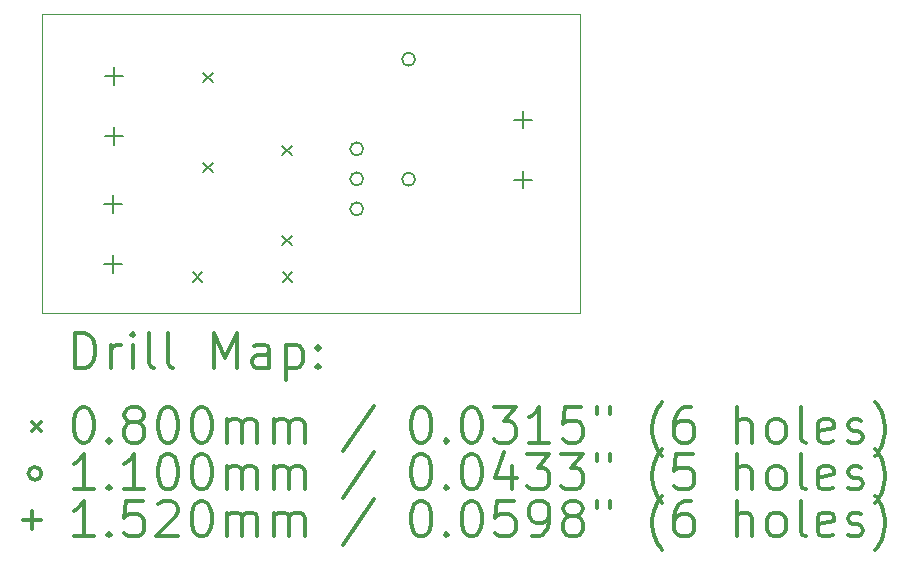
<source format=gbr>
%FSLAX45Y45*%
G04 Gerber Fmt 4.5, Leading zero omitted, Abs format (unit mm)*
G04 Created by KiCad (PCBNEW 5.1.12-84ad8e8a86~92~ubuntu20.04.1) date 2022-05-26 23:51:49*
%MOMM*%
%LPD*%
G01*
G04 APERTURE LIST*
%TA.AperFunction,Profile*%
%ADD10C,0.050000*%
%TD*%
%ADD11C,0.200000*%
%ADD12C,0.300000*%
G04 APERTURE END LIST*
D10*
X10279380Y-10027920D02*
X10279380Y-7493000D01*
X14836140Y-10027920D02*
X10279380Y-10027920D01*
X14836140Y-7493000D02*
X14836140Y-10027920D01*
X10279380Y-7493000D02*
X14836140Y-7493000D01*
D11*
X11557640Y-9683120D02*
X11637640Y-9763120D01*
X11637640Y-9683120D02*
X11557640Y-9763120D01*
X11649080Y-7994020D02*
X11729080Y-8074020D01*
X11729080Y-7994020D02*
X11649080Y-8074020D01*
X11649080Y-8756020D02*
X11729080Y-8836020D01*
X11729080Y-8756020D02*
X11649080Y-8836020D01*
X12317100Y-8611240D02*
X12397100Y-8691240D01*
X12397100Y-8611240D02*
X12317100Y-8691240D01*
X12317100Y-9373240D02*
X12397100Y-9453240D01*
X12397100Y-9373240D02*
X12317100Y-9453240D01*
X12319640Y-9683120D02*
X12399640Y-9763120D01*
X12399640Y-9683120D02*
X12319640Y-9763120D01*
X13001380Y-8638540D02*
G75*
G03*
X13001380Y-8638540I-55000J0D01*
G01*
X13001380Y-8892540D02*
G75*
G03*
X13001380Y-8892540I-55000J0D01*
G01*
X13001380Y-9146540D02*
G75*
G03*
X13001380Y-9146540I-55000J0D01*
G01*
X13440800Y-7879080D02*
G75*
G03*
X13440800Y-7879080I-55000J0D01*
G01*
X13440800Y-8895080D02*
G75*
G03*
X13440800Y-8895080I-55000J0D01*
G01*
X10881360Y-9029900D02*
X10881360Y-9181900D01*
X10805360Y-9105900D02*
X10957360Y-9105900D01*
X10881360Y-9537900D02*
X10881360Y-9689900D01*
X10805360Y-9613900D02*
X10957360Y-9613900D01*
X10888980Y-7945320D02*
X10888980Y-8097320D01*
X10812980Y-8021320D02*
X10964980Y-8021320D01*
X10888980Y-8453320D02*
X10888980Y-8605320D01*
X10812980Y-8529320D02*
X10964980Y-8529320D01*
X14353540Y-8313620D02*
X14353540Y-8465620D01*
X14277540Y-8389620D02*
X14429540Y-8389620D01*
X14353540Y-8821620D02*
X14353540Y-8973620D01*
X14277540Y-8897620D02*
X14429540Y-8897620D01*
D12*
X10563308Y-10496134D02*
X10563308Y-10196134D01*
X10634737Y-10196134D01*
X10677594Y-10210420D01*
X10706166Y-10238992D01*
X10720451Y-10267563D01*
X10734737Y-10324706D01*
X10734737Y-10367563D01*
X10720451Y-10424706D01*
X10706166Y-10453277D01*
X10677594Y-10481849D01*
X10634737Y-10496134D01*
X10563308Y-10496134D01*
X10863308Y-10496134D02*
X10863308Y-10296134D01*
X10863308Y-10353277D02*
X10877594Y-10324706D01*
X10891880Y-10310420D01*
X10920451Y-10296134D01*
X10949023Y-10296134D01*
X11049023Y-10496134D02*
X11049023Y-10296134D01*
X11049023Y-10196134D02*
X11034737Y-10210420D01*
X11049023Y-10224706D01*
X11063308Y-10210420D01*
X11049023Y-10196134D01*
X11049023Y-10224706D01*
X11234737Y-10496134D02*
X11206166Y-10481849D01*
X11191880Y-10453277D01*
X11191880Y-10196134D01*
X11391880Y-10496134D02*
X11363308Y-10481849D01*
X11349023Y-10453277D01*
X11349023Y-10196134D01*
X11734737Y-10496134D02*
X11734737Y-10196134D01*
X11834737Y-10410420D01*
X11934737Y-10196134D01*
X11934737Y-10496134D01*
X12206166Y-10496134D02*
X12206166Y-10338992D01*
X12191880Y-10310420D01*
X12163308Y-10296134D01*
X12106166Y-10296134D01*
X12077594Y-10310420D01*
X12206166Y-10481849D02*
X12177594Y-10496134D01*
X12106166Y-10496134D01*
X12077594Y-10481849D01*
X12063308Y-10453277D01*
X12063308Y-10424706D01*
X12077594Y-10396134D01*
X12106166Y-10381849D01*
X12177594Y-10381849D01*
X12206166Y-10367563D01*
X12349023Y-10296134D02*
X12349023Y-10596134D01*
X12349023Y-10310420D02*
X12377594Y-10296134D01*
X12434737Y-10296134D01*
X12463308Y-10310420D01*
X12477594Y-10324706D01*
X12491880Y-10353277D01*
X12491880Y-10438992D01*
X12477594Y-10467563D01*
X12463308Y-10481849D01*
X12434737Y-10496134D01*
X12377594Y-10496134D01*
X12349023Y-10481849D01*
X12620451Y-10467563D02*
X12634737Y-10481849D01*
X12620451Y-10496134D01*
X12606166Y-10481849D01*
X12620451Y-10467563D01*
X12620451Y-10496134D01*
X12620451Y-10310420D02*
X12634737Y-10324706D01*
X12620451Y-10338992D01*
X12606166Y-10324706D01*
X12620451Y-10310420D01*
X12620451Y-10338992D01*
X10196880Y-10950420D02*
X10276880Y-11030420D01*
X10276880Y-10950420D02*
X10196880Y-11030420D01*
X10620451Y-10826134D02*
X10649023Y-10826134D01*
X10677594Y-10840420D01*
X10691880Y-10854706D01*
X10706166Y-10883277D01*
X10720451Y-10940420D01*
X10720451Y-11011849D01*
X10706166Y-11068992D01*
X10691880Y-11097563D01*
X10677594Y-11111849D01*
X10649023Y-11126134D01*
X10620451Y-11126134D01*
X10591880Y-11111849D01*
X10577594Y-11097563D01*
X10563308Y-11068992D01*
X10549023Y-11011849D01*
X10549023Y-10940420D01*
X10563308Y-10883277D01*
X10577594Y-10854706D01*
X10591880Y-10840420D01*
X10620451Y-10826134D01*
X10849023Y-11097563D02*
X10863308Y-11111849D01*
X10849023Y-11126134D01*
X10834737Y-11111849D01*
X10849023Y-11097563D01*
X10849023Y-11126134D01*
X11034737Y-10954706D02*
X11006166Y-10940420D01*
X10991880Y-10926134D01*
X10977594Y-10897563D01*
X10977594Y-10883277D01*
X10991880Y-10854706D01*
X11006166Y-10840420D01*
X11034737Y-10826134D01*
X11091880Y-10826134D01*
X11120451Y-10840420D01*
X11134737Y-10854706D01*
X11149023Y-10883277D01*
X11149023Y-10897563D01*
X11134737Y-10926134D01*
X11120451Y-10940420D01*
X11091880Y-10954706D01*
X11034737Y-10954706D01*
X11006166Y-10968992D01*
X10991880Y-10983277D01*
X10977594Y-11011849D01*
X10977594Y-11068992D01*
X10991880Y-11097563D01*
X11006166Y-11111849D01*
X11034737Y-11126134D01*
X11091880Y-11126134D01*
X11120451Y-11111849D01*
X11134737Y-11097563D01*
X11149023Y-11068992D01*
X11149023Y-11011849D01*
X11134737Y-10983277D01*
X11120451Y-10968992D01*
X11091880Y-10954706D01*
X11334737Y-10826134D02*
X11363308Y-10826134D01*
X11391880Y-10840420D01*
X11406166Y-10854706D01*
X11420451Y-10883277D01*
X11434737Y-10940420D01*
X11434737Y-11011849D01*
X11420451Y-11068992D01*
X11406166Y-11097563D01*
X11391880Y-11111849D01*
X11363308Y-11126134D01*
X11334737Y-11126134D01*
X11306166Y-11111849D01*
X11291880Y-11097563D01*
X11277594Y-11068992D01*
X11263308Y-11011849D01*
X11263308Y-10940420D01*
X11277594Y-10883277D01*
X11291880Y-10854706D01*
X11306166Y-10840420D01*
X11334737Y-10826134D01*
X11620451Y-10826134D02*
X11649023Y-10826134D01*
X11677594Y-10840420D01*
X11691880Y-10854706D01*
X11706166Y-10883277D01*
X11720451Y-10940420D01*
X11720451Y-11011849D01*
X11706166Y-11068992D01*
X11691880Y-11097563D01*
X11677594Y-11111849D01*
X11649023Y-11126134D01*
X11620451Y-11126134D01*
X11591880Y-11111849D01*
X11577594Y-11097563D01*
X11563308Y-11068992D01*
X11549023Y-11011849D01*
X11549023Y-10940420D01*
X11563308Y-10883277D01*
X11577594Y-10854706D01*
X11591880Y-10840420D01*
X11620451Y-10826134D01*
X11849023Y-11126134D02*
X11849023Y-10926134D01*
X11849023Y-10954706D02*
X11863308Y-10940420D01*
X11891880Y-10926134D01*
X11934737Y-10926134D01*
X11963308Y-10940420D01*
X11977594Y-10968992D01*
X11977594Y-11126134D01*
X11977594Y-10968992D02*
X11991880Y-10940420D01*
X12020451Y-10926134D01*
X12063308Y-10926134D01*
X12091880Y-10940420D01*
X12106166Y-10968992D01*
X12106166Y-11126134D01*
X12249023Y-11126134D02*
X12249023Y-10926134D01*
X12249023Y-10954706D02*
X12263308Y-10940420D01*
X12291880Y-10926134D01*
X12334737Y-10926134D01*
X12363308Y-10940420D01*
X12377594Y-10968992D01*
X12377594Y-11126134D01*
X12377594Y-10968992D02*
X12391880Y-10940420D01*
X12420451Y-10926134D01*
X12463308Y-10926134D01*
X12491880Y-10940420D01*
X12506166Y-10968992D01*
X12506166Y-11126134D01*
X13091880Y-10811849D02*
X12834737Y-11197563D01*
X13477594Y-10826134D02*
X13506166Y-10826134D01*
X13534737Y-10840420D01*
X13549023Y-10854706D01*
X13563308Y-10883277D01*
X13577594Y-10940420D01*
X13577594Y-11011849D01*
X13563308Y-11068992D01*
X13549023Y-11097563D01*
X13534737Y-11111849D01*
X13506166Y-11126134D01*
X13477594Y-11126134D01*
X13449023Y-11111849D01*
X13434737Y-11097563D01*
X13420451Y-11068992D01*
X13406166Y-11011849D01*
X13406166Y-10940420D01*
X13420451Y-10883277D01*
X13434737Y-10854706D01*
X13449023Y-10840420D01*
X13477594Y-10826134D01*
X13706166Y-11097563D02*
X13720451Y-11111849D01*
X13706166Y-11126134D01*
X13691880Y-11111849D01*
X13706166Y-11097563D01*
X13706166Y-11126134D01*
X13906166Y-10826134D02*
X13934737Y-10826134D01*
X13963308Y-10840420D01*
X13977594Y-10854706D01*
X13991880Y-10883277D01*
X14006166Y-10940420D01*
X14006166Y-11011849D01*
X13991880Y-11068992D01*
X13977594Y-11097563D01*
X13963308Y-11111849D01*
X13934737Y-11126134D01*
X13906166Y-11126134D01*
X13877594Y-11111849D01*
X13863308Y-11097563D01*
X13849023Y-11068992D01*
X13834737Y-11011849D01*
X13834737Y-10940420D01*
X13849023Y-10883277D01*
X13863308Y-10854706D01*
X13877594Y-10840420D01*
X13906166Y-10826134D01*
X14106166Y-10826134D02*
X14291880Y-10826134D01*
X14191880Y-10940420D01*
X14234737Y-10940420D01*
X14263308Y-10954706D01*
X14277594Y-10968992D01*
X14291880Y-10997563D01*
X14291880Y-11068992D01*
X14277594Y-11097563D01*
X14263308Y-11111849D01*
X14234737Y-11126134D01*
X14149023Y-11126134D01*
X14120451Y-11111849D01*
X14106166Y-11097563D01*
X14577594Y-11126134D02*
X14406166Y-11126134D01*
X14491880Y-11126134D02*
X14491880Y-10826134D01*
X14463308Y-10868992D01*
X14434737Y-10897563D01*
X14406166Y-10911849D01*
X14849023Y-10826134D02*
X14706166Y-10826134D01*
X14691880Y-10968992D01*
X14706166Y-10954706D01*
X14734737Y-10940420D01*
X14806166Y-10940420D01*
X14834737Y-10954706D01*
X14849023Y-10968992D01*
X14863308Y-10997563D01*
X14863308Y-11068992D01*
X14849023Y-11097563D01*
X14834737Y-11111849D01*
X14806166Y-11126134D01*
X14734737Y-11126134D01*
X14706166Y-11111849D01*
X14691880Y-11097563D01*
X14977594Y-10826134D02*
X14977594Y-10883277D01*
X15091880Y-10826134D02*
X15091880Y-10883277D01*
X15534737Y-11240420D02*
X15520451Y-11226134D01*
X15491880Y-11183277D01*
X15477594Y-11154706D01*
X15463308Y-11111849D01*
X15449023Y-11040420D01*
X15449023Y-10983277D01*
X15463308Y-10911849D01*
X15477594Y-10868992D01*
X15491880Y-10840420D01*
X15520451Y-10797563D01*
X15534737Y-10783277D01*
X15777594Y-10826134D02*
X15720451Y-10826134D01*
X15691880Y-10840420D01*
X15677594Y-10854706D01*
X15649023Y-10897563D01*
X15634737Y-10954706D01*
X15634737Y-11068992D01*
X15649023Y-11097563D01*
X15663308Y-11111849D01*
X15691880Y-11126134D01*
X15749023Y-11126134D01*
X15777594Y-11111849D01*
X15791880Y-11097563D01*
X15806166Y-11068992D01*
X15806166Y-10997563D01*
X15791880Y-10968992D01*
X15777594Y-10954706D01*
X15749023Y-10940420D01*
X15691880Y-10940420D01*
X15663308Y-10954706D01*
X15649023Y-10968992D01*
X15634737Y-10997563D01*
X16163308Y-11126134D02*
X16163308Y-10826134D01*
X16291880Y-11126134D02*
X16291880Y-10968992D01*
X16277594Y-10940420D01*
X16249023Y-10926134D01*
X16206166Y-10926134D01*
X16177594Y-10940420D01*
X16163308Y-10954706D01*
X16477594Y-11126134D02*
X16449023Y-11111849D01*
X16434737Y-11097563D01*
X16420451Y-11068992D01*
X16420451Y-10983277D01*
X16434737Y-10954706D01*
X16449023Y-10940420D01*
X16477594Y-10926134D01*
X16520451Y-10926134D01*
X16549023Y-10940420D01*
X16563308Y-10954706D01*
X16577594Y-10983277D01*
X16577594Y-11068992D01*
X16563308Y-11097563D01*
X16549023Y-11111849D01*
X16520451Y-11126134D01*
X16477594Y-11126134D01*
X16749023Y-11126134D02*
X16720451Y-11111849D01*
X16706166Y-11083277D01*
X16706166Y-10826134D01*
X16977594Y-11111849D02*
X16949023Y-11126134D01*
X16891880Y-11126134D01*
X16863308Y-11111849D01*
X16849023Y-11083277D01*
X16849023Y-10968992D01*
X16863308Y-10940420D01*
X16891880Y-10926134D01*
X16949023Y-10926134D01*
X16977594Y-10940420D01*
X16991880Y-10968992D01*
X16991880Y-10997563D01*
X16849023Y-11026134D01*
X17106166Y-11111849D02*
X17134737Y-11126134D01*
X17191880Y-11126134D01*
X17220451Y-11111849D01*
X17234737Y-11083277D01*
X17234737Y-11068992D01*
X17220451Y-11040420D01*
X17191880Y-11026134D01*
X17149023Y-11026134D01*
X17120451Y-11011849D01*
X17106166Y-10983277D01*
X17106166Y-10968992D01*
X17120451Y-10940420D01*
X17149023Y-10926134D01*
X17191880Y-10926134D01*
X17220451Y-10940420D01*
X17334737Y-11240420D02*
X17349023Y-11226134D01*
X17377594Y-11183277D01*
X17391880Y-11154706D01*
X17406166Y-11111849D01*
X17420451Y-11040420D01*
X17420451Y-10983277D01*
X17406166Y-10911849D01*
X17391880Y-10868992D01*
X17377594Y-10840420D01*
X17349023Y-10797563D01*
X17334737Y-10783277D01*
X10276880Y-11386420D02*
G75*
G03*
X10276880Y-11386420I-55000J0D01*
G01*
X10720451Y-11522134D02*
X10549023Y-11522134D01*
X10634737Y-11522134D02*
X10634737Y-11222134D01*
X10606166Y-11264991D01*
X10577594Y-11293563D01*
X10549023Y-11307849D01*
X10849023Y-11493563D02*
X10863308Y-11507849D01*
X10849023Y-11522134D01*
X10834737Y-11507849D01*
X10849023Y-11493563D01*
X10849023Y-11522134D01*
X11149023Y-11522134D02*
X10977594Y-11522134D01*
X11063308Y-11522134D02*
X11063308Y-11222134D01*
X11034737Y-11264991D01*
X11006166Y-11293563D01*
X10977594Y-11307849D01*
X11334737Y-11222134D02*
X11363308Y-11222134D01*
X11391880Y-11236420D01*
X11406166Y-11250706D01*
X11420451Y-11279277D01*
X11434737Y-11336420D01*
X11434737Y-11407849D01*
X11420451Y-11464991D01*
X11406166Y-11493563D01*
X11391880Y-11507849D01*
X11363308Y-11522134D01*
X11334737Y-11522134D01*
X11306166Y-11507849D01*
X11291880Y-11493563D01*
X11277594Y-11464991D01*
X11263308Y-11407849D01*
X11263308Y-11336420D01*
X11277594Y-11279277D01*
X11291880Y-11250706D01*
X11306166Y-11236420D01*
X11334737Y-11222134D01*
X11620451Y-11222134D02*
X11649023Y-11222134D01*
X11677594Y-11236420D01*
X11691880Y-11250706D01*
X11706166Y-11279277D01*
X11720451Y-11336420D01*
X11720451Y-11407849D01*
X11706166Y-11464991D01*
X11691880Y-11493563D01*
X11677594Y-11507849D01*
X11649023Y-11522134D01*
X11620451Y-11522134D01*
X11591880Y-11507849D01*
X11577594Y-11493563D01*
X11563308Y-11464991D01*
X11549023Y-11407849D01*
X11549023Y-11336420D01*
X11563308Y-11279277D01*
X11577594Y-11250706D01*
X11591880Y-11236420D01*
X11620451Y-11222134D01*
X11849023Y-11522134D02*
X11849023Y-11322134D01*
X11849023Y-11350706D02*
X11863308Y-11336420D01*
X11891880Y-11322134D01*
X11934737Y-11322134D01*
X11963308Y-11336420D01*
X11977594Y-11364991D01*
X11977594Y-11522134D01*
X11977594Y-11364991D02*
X11991880Y-11336420D01*
X12020451Y-11322134D01*
X12063308Y-11322134D01*
X12091880Y-11336420D01*
X12106166Y-11364991D01*
X12106166Y-11522134D01*
X12249023Y-11522134D02*
X12249023Y-11322134D01*
X12249023Y-11350706D02*
X12263308Y-11336420D01*
X12291880Y-11322134D01*
X12334737Y-11322134D01*
X12363308Y-11336420D01*
X12377594Y-11364991D01*
X12377594Y-11522134D01*
X12377594Y-11364991D02*
X12391880Y-11336420D01*
X12420451Y-11322134D01*
X12463308Y-11322134D01*
X12491880Y-11336420D01*
X12506166Y-11364991D01*
X12506166Y-11522134D01*
X13091880Y-11207849D02*
X12834737Y-11593563D01*
X13477594Y-11222134D02*
X13506166Y-11222134D01*
X13534737Y-11236420D01*
X13549023Y-11250706D01*
X13563308Y-11279277D01*
X13577594Y-11336420D01*
X13577594Y-11407849D01*
X13563308Y-11464991D01*
X13549023Y-11493563D01*
X13534737Y-11507849D01*
X13506166Y-11522134D01*
X13477594Y-11522134D01*
X13449023Y-11507849D01*
X13434737Y-11493563D01*
X13420451Y-11464991D01*
X13406166Y-11407849D01*
X13406166Y-11336420D01*
X13420451Y-11279277D01*
X13434737Y-11250706D01*
X13449023Y-11236420D01*
X13477594Y-11222134D01*
X13706166Y-11493563D02*
X13720451Y-11507849D01*
X13706166Y-11522134D01*
X13691880Y-11507849D01*
X13706166Y-11493563D01*
X13706166Y-11522134D01*
X13906166Y-11222134D02*
X13934737Y-11222134D01*
X13963308Y-11236420D01*
X13977594Y-11250706D01*
X13991880Y-11279277D01*
X14006166Y-11336420D01*
X14006166Y-11407849D01*
X13991880Y-11464991D01*
X13977594Y-11493563D01*
X13963308Y-11507849D01*
X13934737Y-11522134D01*
X13906166Y-11522134D01*
X13877594Y-11507849D01*
X13863308Y-11493563D01*
X13849023Y-11464991D01*
X13834737Y-11407849D01*
X13834737Y-11336420D01*
X13849023Y-11279277D01*
X13863308Y-11250706D01*
X13877594Y-11236420D01*
X13906166Y-11222134D01*
X14263308Y-11322134D02*
X14263308Y-11522134D01*
X14191880Y-11207849D02*
X14120451Y-11422134D01*
X14306166Y-11422134D01*
X14391880Y-11222134D02*
X14577594Y-11222134D01*
X14477594Y-11336420D01*
X14520451Y-11336420D01*
X14549023Y-11350706D01*
X14563308Y-11364991D01*
X14577594Y-11393563D01*
X14577594Y-11464991D01*
X14563308Y-11493563D01*
X14549023Y-11507849D01*
X14520451Y-11522134D01*
X14434737Y-11522134D01*
X14406166Y-11507849D01*
X14391880Y-11493563D01*
X14677594Y-11222134D02*
X14863308Y-11222134D01*
X14763308Y-11336420D01*
X14806166Y-11336420D01*
X14834737Y-11350706D01*
X14849023Y-11364991D01*
X14863308Y-11393563D01*
X14863308Y-11464991D01*
X14849023Y-11493563D01*
X14834737Y-11507849D01*
X14806166Y-11522134D01*
X14720451Y-11522134D01*
X14691880Y-11507849D01*
X14677594Y-11493563D01*
X14977594Y-11222134D02*
X14977594Y-11279277D01*
X15091880Y-11222134D02*
X15091880Y-11279277D01*
X15534737Y-11636420D02*
X15520451Y-11622134D01*
X15491880Y-11579277D01*
X15477594Y-11550706D01*
X15463308Y-11507849D01*
X15449023Y-11436420D01*
X15449023Y-11379277D01*
X15463308Y-11307849D01*
X15477594Y-11264991D01*
X15491880Y-11236420D01*
X15520451Y-11193563D01*
X15534737Y-11179277D01*
X15791880Y-11222134D02*
X15649023Y-11222134D01*
X15634737Y-11364991D01*
X15649023Y-11350706D01*
X15677594Y-11336420D01*
X15749023Y-11336420D01*
X15777594Y-11350706D01*
X15791880Y-11364991D01*
X15806166Y-11393563D01*
X15806166Y-11464991D01*
X15791880Y-11493563D01*
X15777594Y-11507849D01*
X15749023Y-11522134D01*
X15677594Y-11522134D01*
X15649023Y-11507849D01*
X15634737Y-11493563D01*
X16163308Y-11522134D02*
X16163308Y-11222134D01*
X16291880Y-11522134D02*
X16291880Y-11364991D01*
X16277594Y-11336420D01*
X16249023Y-11322134D01*
X16206166Y-11322134D01*
X16177594Y-11336420D01*
X16163308Y-11350706D01*
X16477594Y-11522134D02*
X16449023Y-11507849D01*
X16434737Y-11493563D01*
X16420451Y-11464991D01*
X16420451Y-11379277D01*
X16434737Y-11350706D01*
X16449023Y-11336420D01*
X16477594Y-11322134D01*
X16520451Y-11322134D01*
X16549023Y-11336420D01*
X16563308Y-11350706D01*
X16577594Y-11379277D01*
X16577594Y-11464991D01*
X16563308Y-11493563D01*
X16549023Y-11507849D01*
X16520451Y-11522134D01*
X16477594Y-11522134D01*
X16749023Y-11522134D02*
X16720451Y-11507849D01*
X16706166Y-11479277D01*
X16706166Y-11222134D01*
X16977594Y-11507849D02*
X16949023Y-11522134D01*
X16891880Y-11522134D01*
X16863308Y-11507849D01*
X16849023Y-11479277D01*
X16849023Y-11364991D01*
X16863308Y-11336420D01*
X16891880Y-11322134D01*
X16949023Y-11322134D01*
X16977594Y-11336420D01*
X16991880Y-11364991D01*
X16991880Y-11393563D01*
X16849023Y-11422134D01*
X17106166Y-11507849D02*
X17134737Y-11522134D01*
X17191880Y-11522134D01*
X17220451Y-11507849D01*
X17234737Y-11479277D01*
X17234737Y-11464991D01*
X17220451Y-11436420D01*
X17191880Y-11422134D01*
X17149023Y-11422134D01*
X17120451Y-11407849D01*
X17106166Y-11379277D01*
X17106166Y-11364991D01*
X17120451Y-11336420D01*
X17149023Y-11322134D01*
X17191880Y-11322134D01*
X17220451Y-11336420D01*
X17334737Y-11636420D02*
X17349023Y-11622134D01*
X17377594Y-11579277D01*
X17391880Y-11550706D01*
X17406166Y-11507849D01*
X17420451Y-11436420D01*
X17420451Y-11379277D01*
X17406166Y-11307849D01*
X17391880Y-11264991D01*
X17377594Y-11236420D01*
X17349023Y-11193563D01*
X17334737Y-11179277D01*
X10200880Y-11706420D02*
X10200880Y-11858420D01*
X10124880Y-11782420D02*
X10276880Y-11782420D01*
X10720451Y-11918134D02*
X10549023Y-11918134D01*
X10634737Y-11918134D02*
X10634737Y-11618134D01*
X10606166Y-11660991D01*
X10577594Y-11689563D01*
X10549023Y-11703849D01*
X10849023Y-11889563D02*
X10863308Y-11903849D01*
X10849023Y-11918134D01*
X10834737Y-11903849D01*
X10849023Y-11889563D01*
X10849023Y-11918134D01*
X11134737Y-11618134D02*
X10991880Y-11618134D01*
X10977594Y-11760991D01*
X10991880Y-11746706D01*
X11020451Y-11732420D01*
X11091880Y-11732420D01*
X11120451Y-11746706D01*
X11134737Y-11760991D01*
X11149023Y-11789563D01*
X11149023Y-11860991D01*
X11134737Y-11889563D01*
X11120451Y-11903849D01*
X11091880Y-11918134D01*
X11020451Y-11918134D01*
X10991880Y-11903849D01*
X10977594Y-11889563D01*
X11263308Y-11646706D02*
X11277594Y-11632420D01*
X11306166Y-11618134D01*
X11377594Y-11618134D01*
X11406166Y-11632420D01*
X11420451Y-11646706D01*
X11434737Y-11675277D01*
X11434737Y-11703849D01*
X11420451Y-11746706D01*
X11249023Y-11918134D01*
X11434737Y-11918134D01*
X11620451Y-11618134D02*
X11649023Y-11618134D01*
X11677594Y-11632420D01*
X11691880Y-11646706D01*
X11706166Y-11675277D01*
X11720451Y-11732420D01*
X11720451Y-11803849D01*
X11706166Y-11860991D01*
X11691880Y-11889563D01*
X11677594Y-11903849D01*
X11649023Y-11918134D01*
X11620451Y-11918134D01*
X11591880Y-11903849D01*
X11577594Y-11889563D01*
X11563308Y-11860991D01*
X11549023Y-11803849D01*
X11549023Y-11732420D01*
X11563308Y-11675277D01*
X11577594Y-11646706D01*
X11591880Y-11632420D01*
X11620451Y-11618134D01*
X11849023Y-11918134D02*
X11849023Y-11718134D01*
X11849023Y-11746706D02*
X11863308Y-11732420D01*
X11891880Y-11718134D01*
X11934737Y-11718134D01*
X11963308Y-11732420D01*
X11977594Y-11760991D01*
X11977594Y-11918134D01*
X11977594Y-11760991D02*
X11991880Y-11732420D01*
X12020451Y-11718134D01*
X12063308Y-11718134D01*
X12091880Y-11732420D01*
X12106166Y-11760991D01*
X12106166Y-11918134D01*
X12249023Y-11918134D02*
X12249023Y-11718134D01*
X12249023Y-11746706D02*
X12263308Y-11732420D01*
X12291880Y-11718134D01*
X12334737Y-11718134D01*
X12363308Y-11732420D01*
X12377594Y-11760991D01*
X12377594Y-11918134D01*
X12377594Y-11760991D02*
X12391880Y-11732420D01*
X12420451Y-11718134D01*
X12463308Y-11718134D01*
X12491880Y-11732420D01*
X12506166Y-11760991D01*
X12506166Y-11918134D01*
X13091880Y-11603849D02*
X12834737Y-11989563D01*
X13477594Y-11618134D02*
X13506166Y-11618134D01*
X13534737Y-11632420D01*
X13549023Y-11646706D01*
X13563308Y-11675277D01*
X13577594Y-11732420D01*
X13577594Y-11803849D01*
X13563308Y-11860991D01*
X13549023Y-11889563D01*
X13534737Y-11903849D01*
X13506166Y-11918134D01*
X13477594Y-11918134D01*
X13449023Y-11903849D01*
X13434737Y-11889563D01*
X13420451Y-11860991D01*
X13406166Y-11803849D01*
X13406166Y-11732420D01*
X13420451Y-11675277D01*
X13434737Y-11646706D01*
X13449023Y-11632420D01*
X13477594Y-11618134D01*
X13706166Y-11889563D02*
X13720451Y-11903849D01*
X13706166Y-11918134D01*
X13691880Y-11903849D01*
X13706166Y-11889563D01*
X13706166Y-11918134D01*
X13906166Y-11618134D02*
X13934737Y-11618134D01*
X13963308Y-11632420D01*
X13977594Y-11646706D01*
X13991880Y-11675277D01*
X14006166Y-11732420D01*
X14006166Y-11803849D01*
X13991880Y-11860991D01*
X13977594Y-11889563D01*
X13963308Y-11903849D01*
X13934737Y-11918134D01*
X13906166Y-11918134D01*
X13877594Y-11903849D01*
X13863308Y-11889563D01*
X13849023Y-11860991D01*
X13834737Y-11803849D01*
X13834737Y-11732420D01*
X13849023Y-11675277D01*
X13863308Y-11646706D01*
X13877594Y-11632420D01*
X13906166Y-11618134D01*
X14277594Y-11618134D02*
X14134737Y-11618134D01*
X14120451Y-11760991D01*
X14134737Y-11746706D01*
X14163308Y-11732420D01*
X14234737Y-11732420D01*
X14263308Y-11746706D01*
X14277594Y-11760991D01*
X14291880Y-11789563D01*
X14291880Y-11860991D01*
X14277594Y-11889563D01*
X14263308Y-11903849D01*
X14234737Y-11918134D01*
X14163308Y-11918134D01*
X14134737Y-11903849D01*
X14120451Y-11889563D01*
X14434737Y-11918134D02*
X14491880Y-11918134D01*
X14520451Y-11903849D01*
X14534737Y-11889563D01*
X14563308Y-11846706D01*
X14577594Y-11789563D01*
X14577594Y-11675277D01*
X14563308Y-11646706D01*
X14549023Y-11632420D01*
X14520451Y-11618134D01*
X14463308Y-11618134D01*
X14434737Y-11632420D01*
X14420451Y-11646706D01*
X14406166Y-11675277D01*
X14406166Y-11746706D01*
X14420451Y-11775277D01*
X14434737Y-11789563D01*
X14463308Y-11803849D01*
X14520451Y-11803849D01*
X14549023Y-11789563D01*
X14563308Y-11775277D01*
X14577594Y-11746706D01*
X14749023Y-11746706D02*
X14720451Y-11732420D01*
X14706166Y-11718134D01*
X14691880Y-11689563D01*
X14691880Y-11675277D01*
X14706166Y-11646706D01*
X14720451Y-11632420D01*
X14749023Y-11618134D01*
X14806166Y-11618134D01*
X14834737Y-11632420D01*
X14849023Y-11646706D01*
X14863308Y-11675277D01*
X14863308Y-11689563D01*
X14849023Y-11718134D01*
X14834737Y-11732420D01*
X14806166Y-11746706D01*
X14749023Y-11746706D01*
X14720451Y-11760991D01*
X14706166Y-11775277D01*
X14691880Y-11803849D01*
X14691880Y-11860991D01*
X14706166Y-11889563D01*
X14720451Y-11903849D01*
X14749023Y-11918134D01*
X14806166Y-11918134D01*
X14834737Y-11903849D01*
X14849023Y-11889563D01*
X14863308Y-11860991D01*
X14863308Y-11803849D01*
X14849023Y-11775277D01*
X14834737Y-11760991D01*
X14806166Y-11746706D01*
X14977594Y-11618134D02*
X14977594Y-11675277D01*
X15091880Y-11618134D02*
X15091880Y-11675277D01*
X15534737Y-12032420D02*
X15520451Y-12018134D01*
X15491880Y-11975277D01*
X15477594Y-11946706D01*
X15463308Y-11903849D01*
X15449023Y-11832420D01*
X15449023Y-11775277D01*
X15463308Y-11703849D01*
X15477594Y-11660991D01*
X15491880Y-11632420D01*
X15520451Y-11589563D01*
X15534737Y-11575277D01*
X15777594Y-11618134D02*
X15720451Y-11618134D01*
X15691880Y-11632420D01*
X15677594Y-11646706D01*
X15649023Y-11689563D01*
X15634737Y-11746706D01*
X15634737Y-11860991D01*
X15649023Y-11889563D01*
X15663308Y-11903849D01*
X15691880Y-11918134D01*
X15749023Y-11918134D01*
X15777594Y-11903849D01*
X15791880Y-11889563D01*
X15806166Y-11860991D01*
X15806166Y-11789563D01*
X15791880Y-11760991D01*
X15777594Y-11746706D01*
X15749023Y-11732420D01*
X15691880Y-11732420D01*
X15663308Y-11746706D01*
X15649023Y-11760991D01*
X15634737Y-11789563D01*
X16163308Y-11918134D02*
X16163308Y-11618134D01*
X16291880Y-11918134D02*
X16291880Y-11760991D01*
X16277594Y-11732420D01*
X16249023Y-11718134D01*
X16206166Y-11718134D01*
X16177594Y-11732420D01*
X16163308Y-11746706D01*
X16477594Y-11918134D02*
X16449023Y-11903849D01*
X16434737Y-11889563D01*
X16420451Y-11860991D01*
X16420451Y-11775277D01*
X16434737Y-11746706D01*
X16449023Y-11732420D01*
X16477594Y-11718134D01*
X16520451Y-11718134D01*
X16549023Y-11732420D01*
X16563308Y-11746706D01*
X16577594Y-11775277D01*
X16577594Y-11860991D01*
X16563308Y-11889563D01*
X16549023Y-11903849D01*
X16520451Y-11918134D01*
X16477594Y-11918134D01*
X16749023Y-11918134D02*
X16720451Y-11903849D01*
X16706166Y-11875277D01*
X16706166Y-11618134D01*
X16977594Y-11903849D02*
X16949023Y-11918134D01*
X16891880Y-11918134D01*
X16863308Y-11903849D01*
X16849023Y-11875277D01*
X16849023Y-11760991D01*
X16863308Y-11732420D01*
X16891880Y-11718134D01*
X16949023Y-11718134D01*
X16977594Y-11732420D01*
X16991880Y-11760991D01*
X16991880Y-11789563D01*
X16849023Y-11818134D01*
X17106166Y-11903849D02*
X17134737Y-11918134D01*
X17191880Y-11918134D01*
X17220451Y-11903849D01*
X17234737Y-11875277D01*
X17234737Y-11860991D01*
X17220451Y-11832420D01*
X17191880Y-11818134D01*
X17149023Y-11818134D01*
X17120451Y-11803849D01*
X17106166Y-11775277D01*
X17106166Y-11760991D01*
X17120451Y-11732420D01*
X17149023Y-11718134D01*
X17191880Y-11718134D01*
X17220451Y-11732420D01*
X17334737Y-12032420D02*
X17349023Y-12018134D01*
X17377594Y-11975277D01*
X17391880Y-11946706D01*
X17406166Y-11903849D01*
X17420451Y-11832420D01*
X17420451Y-11775277D01*
X17406166Y-11703849D01*
X17391880Y-11660991D01*
X17377594Y-11632420D01*
X17349023Y-11589563D01*
X17334737Y-11575277D01*
M02*

</source>
